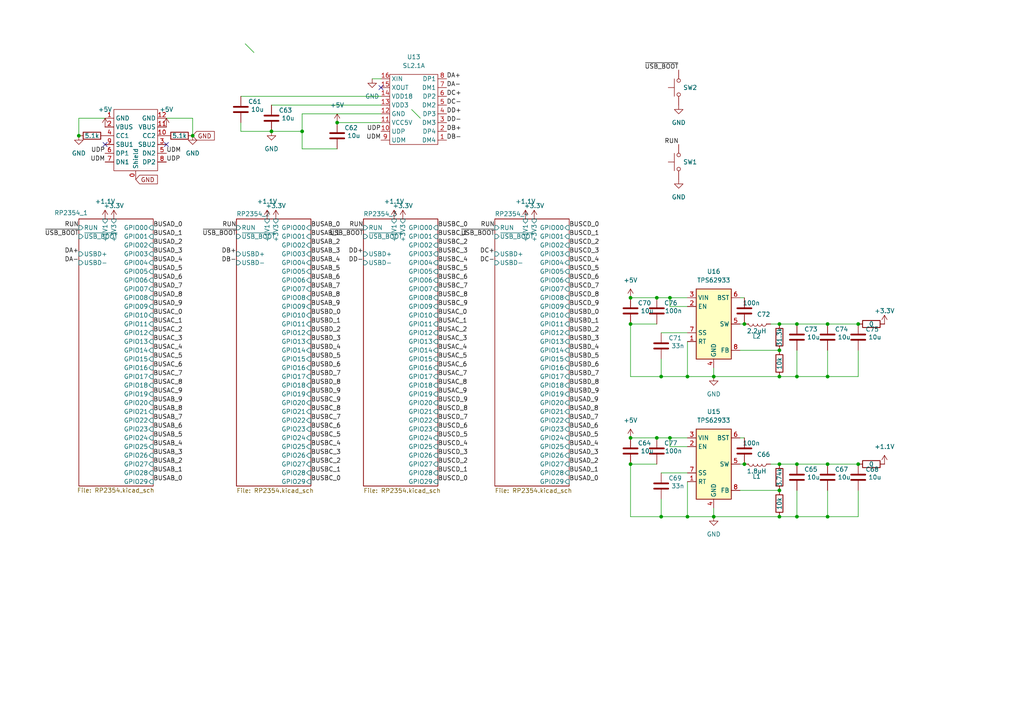
<source format=kicad_sch>
(kicad_sch (version 20250114) (generator "eeschema") (generator_version "9.0")
  (paper "A4")
  (lib_symbols
    (symbol "Basics:MG6228"
      (property "Reference" "U" (at 2.54 -5.08 0))
      (property "Value" "MG6228" (at 0 0 0))
      (symbol "MG6228_0_0"
        (pin unspecified line (at -7.62 1.27 0) (length 2.54) (name "VIN") (number "1"))
        (pin unspecified line (at -7.62 -1.27 0) (length 2.54) (name "EN") (number "3"))
        (pin unspecified line (at 0 -6.35 90) (length 2.54) (name "GND") (number "2"))
        (pin unspecified line (at 7.62 1.27 180) (length 2.54) (name "VOUT") (number "5"))
      )
      (symbol "MG6228_1_0"
        (pin no_connect line (at 3.81 1.27 180) (length 2.54) (hide yes) (name "NC") (number "4"))
      )
    )
    (symbol "Basics:TLV74311PDBVR"
      (property "Reference" "U" (at 2.54 -5.08 0))
      (property "Value" "TLV74311PDBVR" (at 0 0 0))
      (symbol "TLV74311PDBVR_0_0"
        (pin unspecified line (at -7.62 1.27 0) (length 2.54) (name "VIN") (number "1"))
        (pin unspecified line (at -7.62 -1.27 0) (length 2.54) (name "EN") (number "3"))
        (pin unspecified line (at 0 -6.35 90) (length 2.54) (name "GND") (number "2"))
        (pin unspecified line (at 7.62 1.27 180) (length 2.54) (name "VOUT") (number "5"))
      )
      (symbol "TLV74311PDBVR_1_0"
        (pin no_connect line (at 3.81 1.27 180) (length 2.54) (hide yes) (name "NC") (number "4"))
      )
    )
    (symbol "Basics:USB_HUB4"
      (property "Reference" "U" (at 10.16 -8.89 0))
      (property "Value" "SL2.1A" (at 0.508 11.176 0))
      (symbol "USB_HUB4_0_0"
        (pin unspecified line (at -8.89 8.89 0) (length 2.54) (name "XIN") (number "16"))
        (pin unspecified line (at -8.89 6.35 0) (length 2.54) (name "XOUT") (number "15"))
        (pin unspecified line (at -8.89 3.81 0) (length 2.54) (name "VDD18") (number "14"))
        (pin unspecified line (at -8.89 1.27 0) (length 2.54) (name "VDD3") (number "13"))
        (pin unspecified line (at -8.89 -1.27 0) (length 2.54) (name "GND") (number "12"))
        (pin unspecified line (at -8.89 -3.81 0) (length 2.54) (name "VCC5V") (number "11"))
        (pin unspecified line (at -8.89 -6.35 0) (length 2.54) (name "UDP") (number "10"))
        (pin unspecified line (at -8.89 -8.89 0) (length 2.54) (name "UDM") (number "9"))
        (pin unspecified line (at 10.16 8.89 180) (length 2.54) (name "DP1") (number "8"))
        (pin unspecified line (at 10.16 6.35 180) (length 2.54) (name "DM1") (number "7"))
        (pin unspecified line (at 10.16 3.81 180) (length 2.54) (name "DP2") (number "6"))
        (pin unspecified line (at 10.16 1.27 180) (length 2.54) (name "DM2") (number "5"))
        (pin unspecified line (at 10.16 -1.27 180) (length 2.54) (name "DP3") (number "4"))
        (pin unspecified line (at 10.16 -3.81 180) (length 2.54) (name "DM3") (number "3"))
        (pin unspecified line (at 10.16 -6.35 180) (length 2.54) (name "DP4") (number "2"))
        (pin unspecified line (at 10.16 -8.89 180) (length 2.54) (name "DM4") (number "1"))
      )
    )
    (symbol "Basics:miniButton" (pin_numbers (hide yes)) (pin_names (offset 1.016) (hide yes))
      (property "Reference" "SW" (at 1.27 2.54 0))
      (symbol "miniButton_0_1"
        (pin passive line (at -5.08 0 0) (length 2.54) (name "1") (number "1"))
        (pin passive line (at 5.08 0 180) (length 2.54) (name "2") (number "2"))
      )
    )
    (symbol "Device:C" (pin_numbers (hide yes)) (pin_names (offset 0.254))
      (property "Reference" "C" (at 0.635 2.54 0))
      (property "Value" "C" (at 0.635 -2.54 0))
      (symbol "C_1_1"
        (pin passive line (at 0 3.81 270) (length 2.794) (name "~") (number "1"))
        (pin passive line (at 0 -3.81 90) (length 2.794) (name "~") (number "2"))
      )
    )
    (symbol "Device:L" (pin_numbers (hide yes)) (pin_names (offset 1.016) (hide yes))
      (property "Reference" "L" (at -1.27 0 90))
      (property "Value" "L" (at 1.905 0 90))
      (symbol "L_1_1"
        (pin passive line (at 0 3.81 270) (length 1.27) (name "1") (number "1"))
        (pin passive line (at 0 -3.81 90) (length 1.27) (name "2") (number "2"))
      )
    )
    (symbol "Device:R" (pin_numbers (hide yes)) (pin_names (offset 0))
      (property "Reference" "R" (at 2.032 0 90))
      (property "Value" "R" (at 0 0 90))
      (symbol "R_1_1"
        (pin passive line (at 0 3.81 270) (length 1.27) (name "~") (number "1"))
        (pin passive line (at 0 -3.81 90) (length 1.27) (name "~") (number "2"))
      )
    )
    (symbol "Regulator_Switching:TPS62933"
      (property "Reference" "U" (at 0 13.97 0))
      (property "Value" "TPS62933" (at 0 11.43 0))
      (symbol "TPS62933_1_1"
        (pin power_in line (at -7.62 7.62 0) (length 2.54) (name "VIN") (number "3"))
        (pin input line (at -7.62 5.08 0) (length 2.54) (name "EN") (number "2"))
        (pin passive line (at -7.62 -2.54 0) (length 2.54) (name "SS") (number "7"))
        (pin passive line (at -7.62 -5.08 0) (length 2.54) (name "RT") (number "1"))
        (pin power_in line (at 0 -12.7 90) (length 2.54) (name "GND") (number "4"))
        (pin passive line (at 7.62 7.62 180) (length 2.54) (name "BST") (number "6"))
        (pin output line (at 7.62 0 180) (length 2.54) (name "SW") (number "5"))
        (pin input line (at 7.62 -7.62 180) (length 2.54) (name "FB") (number "8"))
      )
    )
    (symbol "USB:USB-C"
      (property "Reference" "U" (at 0 12.065 0))
      (symbol "USB-C_1_1"
        (pin output line (at -8.89 6.35 0) (length 2.54) (name "GND") (number "1"))
        (pin output line (at -8.89 3.81 0) (length 2.54) (name "VBUS") (number "2"))
        (pin output line (at -8.89 1.27 0) (length 2.54) (name "CC1") (number "4"))
        (pin output line (at -8.89 -1.27 0) (length 2.54) (name "SBU1") (number "9"))
        (pin output line (at -8.89 -3.81 0) (length 2.54) (name "DP1") (number "6"))
        (pin output line (at -8.89 -6.35 0) (length 2.54) (name "DN1") (number "7"))
        (pin output line (at 0 -11.43 90) (length 2.54) (name "Shield") (number "0"))
        (pin output line (at 8.89 6.35 180) (length 2.54) (name "GND") (number "12"))
        (pin output line (at 8.89 3.81 180) (length 2.54) (name "VBUS") (number "11"))
        (pin output line (at 8.89 1.27 180) (length 2.54) (name "CC2") (number "10"))
        (pin output line (at 8.89 -1.27 180) (length 2.54) (name "SBU2") (number "3"))
        (pin output line (at 8.89 -3.81 180) (length 2.54) (name "DN2") (number "5"))
        (pin output line (at 8.89 -6.35 180) (length 2.54) (name "DP2") (number "8"))
      )
    )
    (symbol "power:+1V1" (power) (pin_numbers (hide yes)) (pin_names (offset 0) (hide yes))
      (property "Value" "+1V1" (at 0 3.556 0))
      (symbol "+1V1_1_1"
        (pin power_in line (at 0 0 90) (length 0) (name "~") (number "1"))
      )
    )
    (symbol "power:+3.3V" (power) (pin_numbers (hide yes)) (pin_names (offset 0) (hide yes))
      (property "Value" "+3.3V" (at 0 3.556 0))
      (symbol "+3.3V_1_1"
        (pin power_in line (at 0 0 90) (length 0) (name "~") (number "1"))
      )
    )
    (symbol "power:+5V" (power) (pin_numbers (hide yes)) (pin_names (offset 0) (hide yes))
      (property "Value" "+5V" (at 0 3.556 0))
      (symbol "+5V_1_1"
        (pin power_in line (at 0 0 90) (length 0) (name "~") (number "1"))
      )
    )
    (symbol "power:GND" (power) (pin_numbers (hide yes)) (pin_names (offset 0) (hide yes))
      (property "Value" "GND" (at 0 -3.81 0))
      (symbol "GND_1_1"
        (pin power_in line (at 0 0 270) (length 0) (name "~") (number "1"))
      )
    )
  )
  (junction (at 207.01 109.22))
  (junction (at 87.63 38.1))
  (junction (at 365.76 26.67))
  (junction (at 55.88 39.37))
  (junction (at 345.44 19.05))
  (junction (at 378.46 40.64))
  (junction (at 22.86 39.37))
  (junction (at 331.47 48.26))
  (junction (at 194.31 86.36))
  (junction (at 345.44 93.98))
  (junction (at 331.47 71.12))
  (junction (at 345.44 86.36))
  (junction (at 378.46 19.05))
  (junction (at 226.06 149.86))
  (junction (at 378.46 63.5))
  (junction (at 207.01 149.86))
  (junction (at 248.92 134.62))
  (junction (at 248.92 93.98))
  (junction (at 182.88 93.98))
  (junction (at 323.85 40.64))
  (junction (at 345.44 63.5))
  (junction (at 365.76 48.26))
  (junction (at 190.5 127))
  (junction (at 231.14 109.22))
  (junction (at 323.85 63.5))
  (junction (at 378.46 86.36))
  (junction (at 345.44 48.26))
  (junction (at 191.77 149.86))
  (junction (at 182.88 127))
  (junction (at 331.47 26.67))
  (junction (at 240.03 93.98))
  (junction (at 345.44 26.67))
  (junction (at 199.39 149.86))
  (junction (at 365.76 71.12))
  (junction (at 331.47 93.98))
  (junction (at 226.06 142.24))
  (junction (at 345.44 40.64))
  (junction (at 345.44 71.12))
  (junction (at 226.06 101.6))
  (junction (at 231.14 149.86))
  (junction (at 194.31 127))
  (junction (at 313.69 40.64))
  (junction (at 226.06 109.22))
  (junction (at 313.69 63.5))
  (junction (at 323.85 19.05))
  (junction (at 199.39 109.22))
  (junction (at 78.74 38.1))
  (junction (at 231.14 134.62))
  (junction (at 240.03 149.86))
  (junction (at 182.88 134.62))
  (junction (at 323.85 86.36))
  (junction (at 226.06 93.98))
  (junction (at 190.5 86.36))
  (junction (at 182.88 86.36))
  (junction (at 191.77 109.22))
  (junction (at 226.06 134.62))
  (junction (at 313.69 86.36))
  (junction (at 215.9 134.62))
  (junction (at 240.03 134.62))
  (junction (at 97.79 35.56))
  (junction (at 240.03 109.22))
  (junction (at 365.76 93.98))
  (junction (at 231.14 93.98))
  (junction (at 215.9 93.98))
  (junction (at 313.69 19.05))
  (no_connect (at 48.26 41.91))
  (no_connect (at 110.49 25.4))
  (no_connect (at 30.48 41.91))
  (bus_entry (at 71.12 12.7) (size 2.54 2.54))
  (bus_entry (at 119.38 31.75) (size 2.54 2.54))
  (wire (pts (xy 107.95 22.86) (xy 110.49 22.86)))
  (wire (pts (xy 194.31 88.9) (xy 194.31 86.36)))
  (wire (pts (xy 331.47 48.26) (xy 345.44 48.26)))
  (wire (pts (xy 223.52 93.98) (xy 226.06 93.98)))
  (wire (pts (xy 378.46 19.05) (xy 373.38 19.05)))
  (wire (pts (xy 248.92 142.24) (xy 248.92 149.86)))
  (wire (pts (xy 231.14 101.6) (xy 231.14 109.22)))
  (wire (pts (xy 223.52 134.62) (xy 226.06 134.62)))
  (wire (pts (xy 199.39 139.7) (xy 199.39 149.86)))
  (wire (pts (xy 365.76 71.12) (xy 378.46 71.12)))
  (wire (pts (xy 365.76 26.67) (xy 378.46 26.67)))
  (wire (pts (xy 378.46 63.5) (xy 373.38 63.5)))
  (wire (pts (xy 313.69 26.67) (xy 331.47 26.67)))
  (wire (pts (xy 339.09 63.5) (xy 345.44 63.5)))
  (wire (pts (xy 97.79 35.56) (xy 110.49 35.56)))
  (wire (pts (xy 207.01 106.68) (xy 207.01 109.22)))
  (wire (pts (xy 240.03 142.24) (xy 240.03 149.86)))
  (wire (pts (xy 331.47 93.98) (xy 345.44 93.98)))
  (wire (pts (xy 313.69 71.12) (xy 331.47 71.12)))
  (wire (pts (xy 345.44 48.26) (xy 365.76 48.26)))
  (wire (pts (xy 240.03 93.98) (xy 248.92 93.98)))
  (wire (pts (xy 78.74 30.48) (xy 110.49 30.48)))
  (wire (pts (xy 323.85 19.05) (xy 323.85 21.59)))
  (wire (pts (xy 226.06 134.62) (xy 231.14 134.62)))
  (wire (pts (xy 191.77 109.22) (xy 199.39 109.22)))
  (wire (pts (xy 55.88 34.29) (xy 55.88 39.37)))
  (wire (pts (xy 240.03 134.62) (xy 248.92 134.62)))
  (wire (pts (xy 339.09 86.36) (xy 345.44 86.36)))
  (wire (pts (xy 214.63 142.24) (xy 226.06 142.24)))
  (wire (pts (xy 248.92 109.22) (xy 240.03 109.22)))
  (wire (pts (xy 214.63 134.62) (xy 215.9 134.62)))
  (wire (pts (xy 331.47 71.12) (xy 345.44 71.12)))
  (wire (pts (xy 331.47 26.67) (xy 345.44 26.67)))
  (wire (pts (xy 313.69 40.64) (xy 323.85 40.64)))
  (wire (pts (xy 87.63 38.1) (xy 78.74 38.1)))
  (wire (pts (xy 199.39 88.9) (xy 194.31 88.9)))
  (wire (pts (xy 194.31 127) (xy 199.39 127)))
  (wire (pts (xy 345.44 71.12) (xy 365.76 71.12)))
  (wire (pts (xy 313.69 93.98) (xy 331.47 93.98)))
  (wire (pts (xy 248.92 101.6) (xy 248.92 109.22)))
  (wire (pts (xy 323.85 40.64) (xy 323.85 43.18)))
  (wire (pts (xy 182.88 134.62) (xy 190.5 134.62)))
  (wire (pts (xy 69.85 38.1) (xy 78.74 38.1)))
  (wire (pts (xy 231.14 149.86) (xy 240.03 149.86)))
  (wire (pts (xy 182.88 86.36) (xy 190.5 86.36)))
  (wire (pts (xy 191.77 149.86) (xy 199.39 149.86)))
  (wire (pts (xy 313.69 48.26) (xy 331.47 48.26)))
  (wire (pts (xy 22.86 34.29) (xy 22.86 39.37)))
  (wire (pts (xy 191.77 104.14) (xy 191.77 109.22)))
  (wire (pts (xy 191.77 96.52) (xy 199.39 96.52)))
  (wire (pts (xy 231.14 134.62) (xy 240.03 134.62)))
  (wire (pts (xy 214.63 86.36) (xy 215.9 86.36)))
  (wire (pts (xy 323.85 63.5) (xy 323.85 66.04)))
  (wire (pts (xy 182.88 93.98) (xy 182.88 109.22)))
  (wire (pts (xy 345.44 93.98) (xy 365.76 93.98)))
  (wire (pts (xy 313.69 19.05) (xy 323.85 19.05)))
  (wire (pts (xy 345.44 86.36) (xy 358.14 86.36)))
  (wire (pts (xy 182.88 127) (xy 190.5 127)))
  (wire (pts (xy 199.39 129.54) (xy 194.31 129.54)))
  (wire (pts (xy 190.5 127) (xy 194.31 127)))
  (wire (pts (xy 199.39 109.22) (xy 207.01 109.22)))
  (wire (pts (xy 214.63 93.98) (xy 215.9 93.98)))
  (wire (pts (xy 226.06 93.98) (xy 231.14 93.98)))
  (wire (pts (xy 207.01 147.32) (xy 207.01 149.86)))
  (wire (pts (xy 378.46 86.36) (xy 373.38 86.36)))
  (wire (pts (xy 345.44 63.5) (xy 358.14 63.5)))
  (wire (pts (xy 194.31 86.36) (xy 199.39 86.36)))
  (wire (pts (xy 231.14 93.98) (xy 240.03 93.98)))
  (wire (pts (xy 231.14 109.22) (xy 240.03 109.22)))
  (wire (pts (xy 313.69 86.36) (xy 323.85 86.36)))
  (wire (pts (xy 226.06 149.86) (xy 231.14 149.86)))
  (wire (pts (xy 378.46 40.64) (xy 373.38 40.64)))
  (wire (pts (xy 207.01 109.22) (xy 226.06 109.22)))
  (wire (pts (xy 339.09 19.05) (xy 345.44 19.05)))
  (wire (pts (xy 87.63 33.02) (xy 87.63 38.1)))
  (wire (pts (xy 214.63 101.6) (xy 226.06 101.6)))
  (wire (pts (xy 182.88 109.22) (xy 191.77 109.22)))
  (wire (pts (xy 69.85 35.56) (xy 69.85 38.1)))
  (wire (pts (xy 97.79 43.18) (xy 87.63 43.18)))
  (wire (pts (xy 231.14 142.24) (xy 231.14 149.86)))
  (wire (pts (xy 182.88 93.98) (xy 190.5 93.98)))
  (wire (pts (xy 214.63 127) (xy 215.9 127)))
  (wire (pts (xy 248.92 149.86) (xy 240.03 149.86)))
  (wire (pts (xy 191.77 137.16) (xy 199.39 137.16)))
  (wire (pts (xy 199.39 149.86) (xy 207.01 149.86)))
  (wire (pts (xy 345.44 19.05) (xy 358.14 19.05)))
  (wire (pts (xy 323.85 86.36) (xy 323.85 88.9)))
  (wire (pts (xy 313.69 63.5) (xy 323.85 63.5)))
  (wire (pts (xy 48.26 34.29) (xy 55.88 34.29)))
  (wire (pts (xy 207.01 149.86) (xy 226.06 149.86)))
  (wire (pts (xy 226.06 109.22) (xy 231.14 109.22)))
  (wire (pts (xy 345.44 40.64) (xy 358.14 40.64)))
  (wire (pts (xy 30.48 34.29) (xy 22.86 34.29)))
  (wire (pts (xy 365.76 48.26) (xy 378.46 48.26)))
  (wire (pts (xy 110.49 27.94) (xy 69.85 27.94)))
  (wire (pts (xy 194.31 129.54) (xy 194.31 127)))
  (wire (pts (xy 110.49 33.02) (xy 87.63 33.02)))
  (wire (pts (xy 87.63 43.18) (xy 87.63 38.1)))
  (wire (pts (xy 365.76 93.98) (xy 378.46 93.98)))
  (wire (pts (xy 339.09 40.64) (xy 345.44 40.64)))
  (wire (pts (xy 182.88 134.62) (xy 182.88 149.86)))
  (wire (pts (xy 199.39 99.06) (xy 199.39 109.22)))
  (wire (pts (xy 240.03 101.6) (xy 240.03 109.22)))
  (wire (pts (xy 345.44 26.67) (xy 365.76 26.67)))
  (wire (pts (xy 190.5 86.36) (xy 194.31 86.36)))
  (wire (pts (xy 182.88 149.86) (xy 191.77 149.86)))
  (wire (pts (xy 191.77 144.78) (xy 191.77 149.86)))
  (label "BUSCD_1" (at 127 137.16 0))
  (label "BUSAB_3" (at 44.45 132.08 0))
  (label "BUSAC_1" (at 127 93.98 0))
  (label "BUSAB_4" (at 90.17 76.2 0))
  (label "BUSAC_7" (at 127 109.22 0))
  (label "BUSAB_4" (at 44.45 129.54 0))
  (label "BUSBC_0" (at 90.17 139.7 0))
  (label "BUSAD_6" (at 44.45 81.28 0))
  (label "BUSAC_5" (at 127 104.14 0))
  (label "BUSAC_9" (at 44.45 114.3 0))
  (label "BUSCD_2" (at 127 134.62 0))
  (label "DB+" (at 129.54 38.1 0))
  (label "BUSBD_9" (at 90.17 114.3 0))
  (label "DC-" (at 143.51 76.2 180))
  (label "BUSAD_7" (at 44.45 83.82 0))
  (label "UDP" (at 30.48 44.45 180))
  (label "BUSCD_8" (at 165.1 86.36 0))
  (label "BUSAD_5" (at 44.45 78.74 0))
  (label "BUSAB_8" (at 90.17 86.36 0))
  (label "BUSAB_5" (at 90.17 78.74 0))
  (label "BUSAC_6" (at 44.45 106.68 0))
  (label "BUSAC_3" (at 127 99.06 0))
  (label "BUSCD_5" (at 127 127 0))
  (label "BUSAD_7" (at 165.1 121.92 0))
  (label "BUSAD_2" (at 165.1 134.62 0))
  (label "UDP" (at 48.26 46.99 0))
  (label "BUSAC_0" (at 44.45 91.44 0))
  (label "BUSBC_3" (at 90.17 132.08 0))
  (label "BUSBD_3" (at 165.1 99.06 0))
  (label "RUN" (at 68.58 66.04 180))
  (label "BUSBC_7" (at 127 83.82 0))
  (label "DD-" (at 129.54 35.56 0))
  (label "BUSCD_6" (at 165.1 81.28 0))
  (label "RUN" (at 105.41 66.04 180))
  (label "BUSAB_1" (at 90.17 68.58 0))
  (label "BUSBC_9" (at 90.17 116.84 0))
  (label "BUSAC_2" (at 44.45 96.52 0))
  (label "BUSBD_0" (at 90.17 91.44 0))
  (label "BUSBC_1" (at 90.17 137.16 0))
  (label "BUSAB_2" (at 90.17 71.12 0))
  (label "BUSAD_0" (at 44.45 66.04 0))
  (label "BUSAC_3" (at 44.45 99.06 0))
  (label "BUSAB_9" (at 90.17 88.9 0))
  (label "BUSBC_9" (at 127 88.9 0))
  (label "BUSBD_7" (at 90.17 109.22 0))
  (label "BUSCD_1" (at 165.1 68.58 0))
  (label "BUSBD_2" (at 165.1 96.52 0))
  (label "BUSCD_9" (at 165.1 88.9 0))
  (label "BUSBC_2" (at 90.17 134.62 0))
  (label "BUSAC_8" (at 127 111.76 0))
  (label "DD-" (at 105.41 76.2 180))
  (label "BUSCD_8" (at 127 119.38 0))
  (label "BUSAC_8" (at 44.45 111.76 0))
  (label "BUSAB_9" (at 44.45 116.84 0))
  (label "BUSBC_8" (at 127 86.36 0))
  (label "DC-" (at 129.54 30.48 0))
  (label "BUSAC_7" (at 44.45 109.22 0))
  (label "DA+" (at 22.86 73.66 180))
  (label "BUSCD_3" (at 165.1 73.66 0))
  (label "RUN" (at 22.86 66.04 180))
  (label "~{USB_BOOT}" (at 143.51 68.58 180))
  (label "DB+" (at 68.58 73.66 180))
  (label "BUSCD_0" (at 127 139.7 0))
  (label "~{USB_BOOT}" (at 196.85 20.32 180))
  (label "BUSAD_6" (at 165.1 124.46 0))
  (label "DD+" (at 105.41 73.66 180))
  (label "BUSCD_4" (at 165.1 76.2 0))
  (label "BUSCD_3" (at 127 132.08 0))
  (label "BUSBD_8" (at 165.1 111.76 0))
  (label "UDM" (at 110.49 40.64 180))
  (label "BUSBD_6" (at 90.17 106.68 0))
  (label "BUSBC_2" (at 127 71.12 0))
  (label "BUSAD_4" (at 44.45 76.2 0))
  (label "BUSAB_0" (at 44.45 139.7 0))
  (label "BUSBC_5" (at 90.17 127 0))
  (label "BUSAB_8" (at 44.45 119.38 0))
  (label "BUSAD_4" (at 165.1 129.54 0))
  (label "BUSBD_6" (at 165.1 106.68 0))
  (label "DB-" (at 129.54 40.64 0))
  (label "BUSBD_3" (at 90.17 99.06 0))
  (label "BUSBC_1" (at 127 68.58 0))
  (label "DA-" (at 22.86 76.2 180))
  (label "BUSAB_3" (at 90.17 73.66 0))
  (label "BUSBD_0" (at 165.1 91.44 0))
  (label "BUSAD_8" (at 44.45 86.36 0))
  (label "BUSBD_7" (at 165.1 109.22 0))
  (label "BUSAD_3" (at 44.45 73.66 0))
  (label "BUSAC_0" (at 127 91.44 0))
  (label "DB-" (at 68.58 76.2 180))
  (label "BUSAC_5" (at 44.45 104.14 0))
  (label "BUSAB_0" (at 90.17 66.04 0))
  (label "BUSBC_6" (at 90.17 124.46 0))
  (label "DD+" (at 129.54 33.02 0))
  (label "BUSAD_9" (at 44.45 88.9 0))
  (label "BUSAD_8" (at 165.1 119.38 0))
  (label "~{USB_BOOT}" (at 22.86 68.58 180))
  (label "BUSAD_3" (at 165.1 132.08 0))
  (label "BUSCD_7" (at 127 121.92 0))
  (label "DA+" (at 129.54 22.86 0))
  (label "~{USB_BOOT}" (at 105.41 68.58 180))
  (label "BUSAD_2" (at 44.45 71.12 0))
  (label "BUSBC_6" (at 127 81.28 0))
  (label "~{USB_BOOT}" (at 68.58 68.58 180))
  (label "BUSBC_3" (at 127 73.66 0))
  (label "BUSBD_5" (at 165.1 104.14 0))
  (label "BUSBC_4" (at 127 76.2 0))
  (label "DC+" (at 143.51 73.66 180))
  (label "BUSAB_6" (at 44.45 124.46 0))
  (label "BUSCD_0" (at 165.1 66.04 0))
  (label "BUSAD_9" (at 165.1 116.84 0))
  (label "UDM" (at 48.26 44.45 0))
  (label "BUSBD_5" (at 90.17 104.14 0))
  (label "BUSAB_1" (at 44.45 137.16 0))
  (label "UDM" (at 30.48 46.99 180))
  (label "BUSBC_7" (at 90.17 121.92 0))
  (label "BUSAD_0" (at 165.1 139.7 0))
  (label "BUSAC_1" (at 44.45 93.98 0))
  (label "BUSAB_2" (at 44.45 134.62 0))
  (label "BUSCD_4" (at 127 129.54 0))
  (label "BUSAB_7" (at 44.45 121.92 0))
  (label "BUSCD_6" (at 127 124.46 0))
  (label "BUSAD_1" (at 44.45 68.58 0))
  (label "BUSBD_1" (at 90.17 93.98 0))
  (label "BUSBD_2" (at 90.17 96.52 0))
  (label "BUSBD_4" (at 90.17 101.6 0))
  (label "BUSBD_9" (at 165.1 114.3 0))
  (label "DC+" (at 129.54 27.94 0))
  (label "BUSCD_7" (at 165.1 83.82 0))
  (label "BUSCD_5" (at 165.1 78.74 0))
  (label "BUSCD_9" (at 127 116.84 0))
  (label "BUSBC_4" (at 90.17 129.54 0))
  (label "BUSAD_5" (at 165.1 127 0))
  (label "BUSAC_6" (at 127 106.68 0))
  (label "RUN" (at 196.85 41.91 180))
  (label "BUSBD_8" (at 90.17 111.76 0))
  (label "BUSBC_5" (at 127 78.74 0))
  (label "BUSBC_0" (at 127 66.04 0))
  (label "BUSCD_2" (at 165.1 71.12 0))
  (label "BUSBC_8" (at 90.17 119.38 0))
  (label "BUSAC_9" (at 127 114.3 0))
  (label "BUSAD_1" (at 165.1 137.16 0))
  (label "BUSBD_1" (at 165.1 93.98 0))
  (label "BUSAB_5" (at 44.45 127 0))
  (label "DA-" (at 129.54 25.4 0))
  (label "BUSAC_2" (at 127 96.52 0))
  (label "BUSAB_7" (at 90.17 83.82 0))
  (label "UDP" (at 110.49 38.1 180))
  (label "BUSAC_4" (at 44.45 101.6 0))
  (label "BUSBD_4" (at 165.1 101.6 0))
  (label "BUSAB_6" (at 90.17 81.28 0))
  (label "RUN" (at 143.51 66.04 180))
  (label "BUSAC_4" (at 127 101.6 0))
  (global_label "GND" (shape input) (at 55.88 39.37 0) (property "Intersheetrefs" "${INTERSHEET_REFS}" (effects (hide yes))))
  (global_label "GND" (shape input) (at 39.37 52.07 0) (property "Intersheetrefs" "${INTERSHEET_REFS}" (effects (hide yes))))
  (symbol (lib_id "power:+3.3V") (at 80.01 63.5 0) (unit 1)
    (property "Reference" "#PWR068" (effects (hide yes)))
    (property "Value" "+3.3V" (at 80.01 59.69 0))
    (property "Description" "Power symbol creates a global label with name \"+3.3V\"" (effects (hide yes)))
  )
  (symbol (lib_id "power:GND") (at 331.47 93.98 0) (unit 1) (on_board no)
    (property "Reference" "#PWR022" (effects (hide yes)))
    (property "Value" "GND" (at 331.47 99.06 0))
    (property "Description" "Power symbol creates a global label with name \"GND\" , ground" (effects (hide yes)))
  )
  (symbol (lib_id "Basics:TLV74311PDBVR") (at 365.76 87.63 0) (unit 1) (on_board no)
    (property "Reference" "U9" (at 365.76 78.74 0))
    (property "Value" "TLV74311PDBVR" (at 365.76 81.28 0))
    (property "Footprint" "Package_TO_SOT_SMD:SOT-23-5" (effects (hide yes)))
    (property "Datasheet" "https://www.lcsc.com/datasheet/C485147.pdf" (effects (hide yes)))
    (property "LCSC" "C485147" (effects (hide yes)))
  )
  (symbol (lib_id "Device:C") (at 69.85 31.75 180) (unit 1)
    (property "Reference" "C61" (at 73.914 29.464 0))
    (property "Value" "10u" (at 74.676 31.75 0))
    (property "Footprint" "Basics:C_0402_1005Metric" (effects (hide yes)))
    (property "Description" "Unpolarized capacitor" (effects (hide yes)))
  )
  (symbol (lib_id "Device:R") (at 52.07 39.37 90) (unit 1)
    (property "Reference" "R22" (effects (hide yes)))
    (property "Value" "5.1k" (at 52.07 39.37 90))
    (property "Footprint" "Basics:R_0402_1005Metric" (effects (hide yes)))
  )
  (symbol (lib_id "Basics:MG6228") (at 331.47 20.32 0) (unit 1) (on_board no)
    (property "Reference" "U2" (at 331.47 11.43 0))
    (property "Value" "MG6228" (at 331.47 13.97 0))
    (property "Footprint" "Package_TO_SOT_SMD:SOT-23-5" (effects (hide yes)))
    (property "Datasheet" "https://www.lcsc.com/datasheet/C48678123.pdf" (effects (hide yes)))
    (property "LCSC" "C48678123" (effects (hide yes)))
  )
  (symbol (lib_id "Device:C") (at 345.44 90.17 180) (unit 1) (on_board no)
    (property "Reference" "C23" (at 349.504 87.884 0))
    (property "Value" "1u" (at 350.266 90.17 0))
    (property "Footprint" "Basics:C_0402_1005Metric" (effects (hide yes)))
    (property "Description" "Unpolarized capacitor" (effects (hide yes)))
  )
  (symbol (lib_id "Device:C") (at 240.03 97.79 180) (unit 1)
    (property "Reference" "C74" (at 244.094 95.504 0))
    (property "Value" "10u" (at 244.856 97.79 0))
    (property "Footprint" "Basics:C_0402_1005Metric" (effects (hide yes)))
    (property "Description" "Unpolarized capacitor" (effects (hide yes)))
  )
  (symbol (lib_id "Device:C") (at 190.5 130.81 180) (unit 1)
    (property "Reference" "C77" (at 194.564 128.524 0))
    (property "Value" "100n" (at 195.326 130.81 0))
    (property "Footprint" "Basics:C_0402_1005Metric" (effects (hide yes)))
    (property "Description" "Unpolarized capacitor" (effects (hide yes)))
  )
  (symbol (lib_id "Device:C") (at 378.46 44.45 180) (unit 1) (on_board no)
    (property "Reference" "C16" (at 382.524 42.164 0))
    (property "Value" "1u" (at 383.286 44.45 0))
    (property "Footprint" "Basics:C_0402_1005Metric" (effects (hide yes)))
    (property "Description" "Unpolarized capacitor" (effects (hide yes)))
  )
  (symbol (lib_id "Device:C") (at 378.46 22.86 180) (unit 1) (on_board no)
    (property "Reference" "C13" (at 382.524 20.574 0))
    (property "Value" "1u" (at 383.286 22.86 0))
    (property "Footprint" "Basics:C_0402_1005Metric" (effects (hide yes)))
    (property "Description" "Unpolarized capacitor" (effects (hide yes)))
  )
  (symbol (lib_id "Regulator_Switching:TPS62933") (at 207.01 134.62 0) (unit 1)
    (property "Reference" "U15" (at 207.01 119.38 0))
    (property "Value" "TPS62933" (at 207.01 121.92 0))
    (property "Footprint" "Package_TO_SOT_SMD:SOT-583-8" (effects (hide yes)))
    (property "Datasheet" "https://www.ti.com/lit/ds/symlink/tps62933.pdf" (effects (hide yes)))
    (property "Description" "3.8-30V, 3A Synchronous Buck Converters with pulse frequency modulation (PFM), SOT583-8" (effects (hide yes)))
  )
  (symbol (lib_id "Device:C") (at 182.88 130.81 180) (unit 1)
    (property "Reference" "C64" (at 186.944 128.524 0))
    (property "Value" "10u" (at 187.706 130.81 0))
    (property "Footprint" "Basics:C_0402_1005Metric" (effects (hide yes)))
    (property "Description" "Unpolarized capacitor" (effects (hide yes)))
  )
  (symbol (lib_id "Device:C") (at 313.69 22.86 180) (unit 1) (on_board no)
    (property "Reference" "C17" (at 317.754 20.574 0))
    (property "Value" "1u" (at 318.516 22.86 0))
    (property "Footprint" "Basics:C_0402_1005Metric" (effects (hide yes)))
    (property "Description" "Unpolarized capacitor" (effects (hide yes)))
  )
  (symbol (lib_id "power:GND") (at 196.85 52.07 0) (unit 1)
    (property "Reference" "#PWR04" (effects (hide yes)))
    (property "Value" "GND" (at 196.85 57.15 0))
    (property "Description" "Power symbol creates a global label with name \"GND\" , ground" (effects (hide yes)))
  )
  (symbol (lib_id "power:+5V") (at 182.88 86.36 0) (unit 1)
    (property "Reference" "#PWR054" (effects (hide yes)))
    (property "Value" "+5V" (at 182.88 81.28 0))
    (property "Description" "Power symbol creates a global label with name \"+5V\"" (effects (hide yes)))
  )
  (symbol (lib_id "Device:C") (at 190.5 90.17 180) (unit 1)
    (property "Reference" "C76" (at 194.564 87.884 0))
    (property "Value" "100n" (at 195.326 90.17 0))
    (property "Footprint" "Basics:C_0402_1005Metric" (effects (hide yes)))
    (property "Description" "Unpolarized capacitor" (effects (hide yes)))
  )
  (symbol (lib_id "Device:R") (at 226.06 138.43 180) (unit 1)
    (property "Reference" "R26" (effects (hide yes)))
    (property "Value" "3.74k" (at 226.06 138.43 90))
    (property "Footprint" "Basics:R_0402_1005Metric" (effects (hide yes)))
  )
  (symbol (lib_id "Device:C") (at 97.79 39.37 180) (unit 1)
    (property "Reference" "C62" (at 101.854 37.084 0))
    (property "Value" "10u" (at 102.616 39.37 0))
    (property "Footprint" "Basics:C_0402_1005Metric" (effects (hide yes)))
    (property "Description" "Unpolarized capacitor" (effects (hide yes)))
  )
  (symbol (lib_id "Device:R") (at 226.06 105.41 180) (unit 1)
    (property "Reference" "R28" (effects (hide yes)))
    (property "Value" "10k" (at 226.06 105.41 90))
    (property "Footprint" "Basics:R_0402_1005Metric" (effects (hide yes)))
  )
  (symbol (lib_id "Device:C") (at 378.46 90.17 180) (unit 1) (on_board no)
    (property "Reference" "C24" (at 382.524 87.884 0))
    (property "Value" "1u" (at 383.286 90.17 0))
    (property "Footprint" "Basics:C_0402_1005Metric" (effects (hide yes)))
    (property "Description" "Unpolarized capacitor" (effects (hide yes)))
  )
  (symbol (lib_id "power:+5V") (at 313.69 86.36 0) (unit 1) (on_board no)
    (property "Reference" "#PWR021" (effects (hide yes)))
    (property "Value" "+5V" (at 313.69 81.28 0))
    (property "Description" "Power symbol creates a global label with name \"+5V\"" (effects (hide yes)))
  )
  (symbol (lib_id "Device:R") (at 26.67 39.37 90) (unit 1)
    (property "Reference" "R3" (effects (hide yes)))
    (property "Value" "5.1k" (at 26.67 39.37 90))
    (property "Footprint" "Basics:R_0402_1005Metric" (effects (hide yes)))
  )
  (symbol (lib_id "power:GND") (at 331.47 48.26 0) (unit 1) (on_board no)
    (property "Reference" "#PWR013" (effects (hide yes)))
    (property "Value" "GND" (at 331.47 53.34 0))
    (property "Description" "Power symbol creates a global label with name \"GND\" , ground" (effects (hide yes)))
  )
  (symbol (lib_id "Device:R") (at 252.73 134.62 270) (unit 1)
    (property "Reference" "R24" (effects (hide yes)))
    (property "Value" "0" (at 252.73 134.62 90))
    (property "Footprint" "Basics:R_0402_1005Metric" (effects (hide yes)))
  )
  (symbol (lib_id "power:GND") (at 207.01 149.86 0) (unit 1)
    (property "Reference" "#PWR051" (effects (hide yes)))
    (property "Value" "GND" (at 207.01 154.94 0))
    (property "Description" "Power symbol creates a global label with name \"GND\" , ground" (effects (hide yes)))
  )
  (symbol (lib_id "Device:C") (at 345.44 44.45 180) (unit 1) (on_board no)
    (property "Reference" "C15" (at 349.504 42.164 0))
    (property "Value" "1u" (at 350.266 44.45 0))
    (property "Footprint" "Basics:C_0402_1005Metric" (effects (hide yes)))
    (property "Description" "Unpolarized capacitor" (effects (hide yes)))
  )
  (symbol (lib_id "power:+1V1") (at 378.46 40.64 0) (unit 1) (on_board no)
    (property "Reference" "#PWR015" (effects (hide yes)))
    (property "Value" "+1V1" (at 378.46 35.56 0))
    (property "Description" "Power symbol creates a global label with name \"+1V1\"" (effects (hide yes)))
  )
  (symbol (lib_id "Basics:TLV74311PDBVR") (at 365.76 20.32 0) (unit 1) (on_board no)
    (property "Reference" "U6" (at 365.76 11.43 0))
    (property "Value" "TLV74311PDBVR" (at 365.76 13.97 0))
    (property "Footprint" "Package_TO_SOT_SMD:SOT-23-5" (effects (hide yes)))
    (property "Datasheet" "https://www.lcsc.com/datasheet/C485147.pdf" (effects (hide yes)))
    (property "LCSC" "C485147" (effects (hide yes)))
  )
  (symbol (lib_id "power:+3.3V") (at 33.02 63.5 0) (unit 1)
    (property "Reference" "#PWR057" (effects (hide yes)))
    (property "Value" "+3.3V" (at 33.02 59.69 0))
    (property "Description" "Power symbol creates a global label with name \"+3.3V\"" (effects (hide yes)))
  )
  (symbol (lib_id "Basics:USB_HUB4") (at 119.38 31.75 0) (unit 1)
    (property "Reference" "U13" (at 120.015 16.51 0))
    (property "Value" "SL2.1A" (at 120.015 19.05 0))
    (property "Footprint" "Package_SO:SOP-16_3.9x9.9mm_P1.27mm" (effects (hide yes)))
    (property "Datasheet" "https://www.lcsc.com/datasheet/C6798314.pdf" (effects (hide yes)))
    (property "LCSC" "C6798314" (effects (hide yes)))
  )
  (symbol (lib_id "power:+1V1") (at 378.46 19.05 0) (unit 1) (on_board no)
    (property "Reference" "#PWR07" (effects (hide yes)))
    (property "Value" "+1V1" (at 378.46 13.97 0))
    (property "Description" "Power symbol creates a global label with name \"+1V1\"" (effects (hide yes)))
  )
  (symbol (lib_id "Basics:miniButton") (at 196.85 46.99 90) (unit 1)
    (property "Reference" "SW1" (at 198.12 46.9899 90) (effects (justify right)))
    (property "Value" "miniButton" (effects (hide yes)))
    (property "Footprint" "Basics:miniButton" (effects (hide yes)))
    (property "Datasheet" "https://datasheet.lcsc.com/lcsc/2008221234_XUNPU-TS-1088-AR02016_C720477.pdf" (effects (hide yes)))
    (property "Description" "Push button switch, generic, two pins" (effects (hide yes)))
    (property "LCSC" "C720477" (effects (hide yes)))
  )
  (symbol (lib_id "power:GND") (at 331.47 71.12 0) (unit 1) (on_board no)
    (property "Reference" "#PWR017" (effects (hide yes)))
    (property "Value" "GND" (at 331.47 76.2 0))
    (property "Description" "Power symbol creates a global label with name \"GND\" , ground" (effects (hide yes)))
  )
  (symbol (lib_id "power:+5V") (at 313.69 19.05 0) (unit 1) (on_board no)
    (property "Reference" "#PWR018" (effects (hide yes)))
    (property "Value" "+5V" (at 313.69 13.97 0))
    (property "Description" "Power symbol creates a global label with name \"+5V\"" (effects (hide yes)))
  )
  (symbol (lib_id "power:+3.3V") (at 256.54 134.62 0) (unit 1)
    (property "Reference" "#PWR053" (effects (hide yes)))
    (property "Value" "+1.1V" (at 256.54 129.54 0))
    (property "Description" "Power symbol creates a global label with name \"+3.3V\"" (effects (hide yes)))
  )
  (symbol (lib_id "Basics:MG6228") (at 331.47 87.63 0) (unit 1) (on_board no)
    (property "Reference" "U8" (at 331.47 78.74 0))
    (property "Value" "MG6228" (at 331.47 81.28 0))
    (property "Footprint" "Package_TO_SOT_SMD:SOT-23-5" (effects (hide yes)))
    (property "Datasheet" "https://www.lcsc.com/datasheet/C48678123.pdf" (effects (hide yes)))
    (property "LCSC" "C48678123" (effects (hide yes)))
  )
  (symbol (lib_id "Device:C") (at 231.14 138.43 180) (unit 1)
    (property "Reference" "C65" (at 235.204 136.144 0))
    (property "Value" "10u" (at 235.966 138.43 0))
    (property "Footprint" "Basics:C_0402_1005Metric" (effects (hide yes)))
    (property "Description" "Unpolarized capacitor" (effects (hide yes)))
  )
  (symbol (lib_id "Basics:MG6228") (at 331.47 41.91 0) (unit 1) (on_board no)
    (property "Reference" "U3" (at 331.47 33.02 0))
    (property "Value" "MG6228" (at 331.47 35.56 0))
    (property "Footprint" "Package_TO_SOT_SMD:SOT-23-5" (effects (hide yes)))
    (property "Datasheet" "https://www.lcsc.com/datasheet/C48678123.pdf" (effects (hide yes)))
    (property "LCSC" "C48678123" (effects (hide yes)))
  )
  (symbol (lib_id "power:+3.3V") (at 77.47 63.5 0) (unit 1)
    (property "Reference" "#PWR067" (effects (hide yes)))
    (property "Value" "+1.1V" (at 77.47 58.42 0))
    (property "Description" "Power symbol creates a global label with name \"+3.3V\"" (effects (hide yes)))
  )
  (symbol (lib_id "Device:C") (at 345.44 67.31 180) (unit 1) (on_board no)
    (property "Reference" "C20" (at 349.504 65.024 0))
    (property "Value" "1u" (at 350.266 67.31 0))
    (property "Footprint" "Basics:C_0402_1005Metric" (effects (hide yes)))
    (property "Description" "Unpolarized capacitor" (effects (hide yes)))
  )
  (symbol (lib_id "Device:C") (at 378.46 67.31 180) (unit 1) (on_board no)
    (property "Reference" "C21" (at 382.524 65.024 0))
    (property "Value" "1u" (at 383.286 67.31 0))
    (property "Footprint" "Basics:C_0402_1005Metric" (effects (hide yes)))
    (property "Description" "Unpolarized capacitor" (effects (hide yes)))
  )
  (symbol (lib_id "Device:C") (at 248.92 138.43 180) (unit 1)
    (property "Reference" "C68" (at 252.984 136.144 0))
    (property "Value" "10u" (at 253.746 138.43 0))
    (property "Footprint" "Basics:C_0402_1005Metric" (effects (hide yes)))
    (property "Description" "Unpolarized capacitor" (effects (hide yes)))
  )
  (symbol (lib_id "Device:C") (at 248.92 97.79 180) (unit 1)
    (property "Reference" "C75" (at 252.984 95.504 0))
    (property "Value" "10u" (at 253.746 97.79 0))
    (property "Footprint" "Basics:C_0402_1005Metric" (effects (hide yes)))
    (property "Description" "Unpolarized capacitor" (effects (hide yes)))
  )
  (symbol (lib_id "power:+3.3V") (at 256.54 93.98 0) (unit 1)
    (property "Reference" "#PWR056" (effects (hide yes)))
    (property "Value" "+3.3V" (at 256.54 90.17 0))
    (property "Description" "Power symbol creates a global label with name \"+3.3V\"" (effects (hide yes)))
  )
  (symbol (lib_id "Device:C") (at 182.88 90.17 180) (unit 1)
    (property "Reference" "C70" (at 186.944 87.884 0))
    (property "Value" "10u" (at 187.706 90.17 0))
    (property "Footprint" "Basics:C_0402_1005Metric" (effects (hide yes)))
    (property "Description" "Unpolarized capacitor" (effects (hide yes)))
  )
  (symbol (lib_id "Device:R") (at 252.73 93.98 270) (unit 1)
    (property "Reference" "R25" (effects (hide yes)))
    (property "Value" "0" (at 252.73 93.98 90))
    (property "Footprint" "Basics:R_0402_1005Metric" (effects (hide yes)))
  )
  (symbol (lib_id "power:+3.3V") (at 114.3 63.5 0) (unit 1)
    (property "Reference" "#PWR069" (effects (hide yes)))
    (property "Value" "+1.1V" (at 114.3 58.42 0))
    (property "Description" "Power symbol creates a global label with name \"+3.3V\"" (effects (hide yes)))
  )
  (symbol (lib_id "power:+3.3V") (at 345.44 40.64 0) (unit 1) (on_board no)
    (property "Reference" "#PWR014" (effects (hide yes)))
    (property "Value" "+3.3V" (at 345.44 36.83 0))
    (property "Description" "Power symbol creates a global label with name \"+3.3V\"" (effects (hide yes)))
  )
  (symbol (lib_id "power:+5V") (at 48.26 36.83 0) (unit 1)
    (property "Reference" "#PWR047" (effects (hide yes)))
    (property "Value" "+5V" (at 48.26 31.75 0))
    (property "Description" "Power symbol creates a global label with name \"+5V\"" (effects (hide yes)))
  )
  (symbol (lib_id "Basics:TLV74311PDBVR") (at 365.76 41.91 0) (unit 1) (on_board no)
    (property "Reference" "U4" (at 365.76 33.02 0))
    (property "Value" "TLV74311PDBVR" (at 365.76 35.56 0))
    (property "Footprint" "Package_TO_SOT_SMD:SOT-23-5" (effects (hide yes)))
    (property "Datasheet" "https://www.lcsc.com/datasheet/C485147.pdf" (effects (hide yes)))
    (property "LCSC" "C485147" (effects (hide yes)))
  )
  (symbol (lib_id "Device:C") (at 240.03 138.43 180) (unit 1)
    (property "Reference" "C67" (at 244.094 136.144 0))
    (property "Value" "10u" (at 244.856 138.43 0))
    (property "Footprint" "Basics:C_0402_1005Metric" (effects (hide yes)))
    (property "Description" "Unpolarized capacitor" (effects (hide yes)))
  )
  (symbol (lib_id "Device:C") (at 313.69 90.17 180) (unit 1) (on_board no)
    (property "Reference" "C22" (at 317.754 87.884 0))
    (property "Value" "1u" (at 318.516 90.17 0))
    (property "Footprint" "Basics:C_0402_1005Metric" (effects (hide yes)))
    (property "Description" "Unpolarized capacitor" (effects (hide yes)))
  )
  (symbol (lib_id "USB:USB-C") (at 39.37 40.64 0) (unit 1)
    (property "Reference" "U14" (effects (hide yes)))
    (property "Value" "USB" (effects (hide yes)))
    (property "Footprint" "Basics:USB-C" (effects (hide yes)))
    (property "Datasheet" "https://datasheet.lcsc.com/lcsc/2205251630_Korean-Hroparts-Elec-TYPE-C-31-M-12_C165948.pdf" (effects (hide yes)))
    (property "LCSC" "C165948" (effects (hide yes)))
  )
  (symbol (lib_id "Device:C") (at 191.77 100.33 180) (unit 1)
    (property "Reference" "C71" (at 195.834 98.044 0))
    (property "Value" "33n" (at 196.596 100.33 0))
    (property "Footprint" "Basics:C_0402_1005Metric" (effects (hide yes)))
    (property "Description" "Unpolarized capacitor" (effects (hide yes)))
  )
  (symbol (lib_id "Device:L") (at 219.71 93.98 270) (unit 1)
    (property "Reference" "L2" (at 219.456 97.536 90))
    (property "Value" "2.2uH" (at 219.456 96.012 90))
    (property "Footprint" "Inductor_SMD:L_1008_2520Metric" (effects (hide yes)))
    (property "Datasheet" "https://www.lcsc.com/datasheet/C49190117.pdf" (effects (hide yes)))
    (property "Description" "Inductor" (effects (hide yes)))
    (property "web" "https://www.lcsc.com/product-detail/C49190118.html" (effects (hide yes)))
    (property "LCSC" "C49190118" (effects (hide yes)))
  )
  (symbol (lib_id "Device:C") (at 231.14 97.79 180) (unit 1)
    (property "Reference" "C73" (at 235.204 95.504 0))
    (property "Value" "10u" (at 235.966 97.79 0))
    (property "Footprint" "Basics:C_0402_1005Metric" (effects (hide yes)))
    (property "Description" "Unpolarized capacitor" (effects (hide yes)))
  )
  (symbol (lib_id "power:GND") (at 55.88 39.37 0) (unit 1)
    (property "Reference" "#PWR045" (effects (hide yes)))
    (property "Value" "GND" (at 55.88 44.45 0))
    (property "Description" "Power symbol creates a global label with name \"GND\" , ground" (effects (hide yes)))
  )
  (symbol (lib_id "power:+5V") (at 313.69 63.5 0) (unit 1) (on_board no)
    (property "Reference" "#PWR016" (effects (hide yes)))
    (property "Value" "+5V" (at 313.69 58.42 0))
    (property "Description" "Power symbol creates a global label with name \"+5V\"" (effects (hide yes)))
  )
  (symbol (lib_id "Device:C") (at 78.74 34.29 180) (unit 1)
    (property "Reference" "C63" (at 82.804 32.004 0))
    (property "Value" "10u" (at 83.566 34.29 0))
    (property "Footprint" "Basics:C_0402_1005Metric" (effects (hide yes)))
    (property "Description" "Unpolarized capacitor" (effects (hide yes)))
  )
  (symbol (lib_id "Device:C") (at 215.9 90.17 180) (unit 1)
    (property "Reference" "C72" (at 221.488 91.186 0))
    (property "Value" "100n" (at 217.932 87.884 0))
    (property "Footprint" "Basics:C_0402_1005Metric" (effects (hide yes)))
    (property "Description" "Unpolarized capacitor" (effects (hide yes)))
  )
  (symbol (lib_id "Device:C") (at 215.9 130.81 180) (unit 1)
    (property "Reference" "C66" (at 221.488 131.826 0))
    (property "Value" "100n" (at 217.932 128.524 0))
    (property "Footprint" "Basics:C_0402_1005Metric" (effects (hide yes)))
    (property "Description" "Unpolarized capacitor" (effects (hide yes)))
  )
  (symbol (lib_id "power:+5V") (at 97.79 35.56 0) (unit 1)
    (property "Reference" "#PWR050" (effects (hide yes)))
    (property "Value" "+5V" (at 97.79 30.48 0))
    (property "Description" "Power symbol creates a global label with name \"+5V\"" (effects (hide yes)))
  )
  (symbol (lib_id "power:+3.3V") (at 345.44 63.5 0) (unit 1) (on_board no)
    (property "Reference" "#PWR019" (effects (hide yes)))
    (property "Value" "+3.3V" (at 345.44 59.69 0))
    (property "Description" "Power symbol creates a global label with name \"+3.3V\"" (effects (hide yes)))
  )
  (symbol (lib_id "power:GND") (at 207.01 109.22 0) (unit 1)
    (property "Reference" "#PWR055" (effects (hide yes)))
    (property "Value" "GND" (at 207.01 114.3 0))
    (property "Description" "Power symbol creates a global label with name \"GND\" , ground" (effects (hide yes)))
  )
  (symbol (lib_id "power:GND") (at 196.85 30.48 0) (unit 1)
    (property "Reference" "#PWR011" (effects (hide yes)))
    (property "Value" "GND" (at 196.85 35.56 0))
    (property "Description" "Power symbol creates a global label with name \"GND\" , ground" (effects (hide yes)))
  )
  (symbol (lib_id "Basics:TLV74311PDBVR") (at 365.76 64.77 0) (unit 1) (on_board no)
    (property "Reference" "U7" (at 365.76 55.88 0))
    (property "Value" "TLV74311PDBVR" (at 365.76 58.42 0))
    (property "Footprint" "Package_TO_SOT_SMD:SOT-23-5" (effects (hide yes)))
    (property "Datasheet" "https://www.lcsc.com/datasheet/C485147.pdf" (effects (hide yes)))
    (property "LCSC" "C485147" (effects (hide yes)))
  )
  (symbol (lib_id "Device:C") (at 313.69 44.45 180) (unit 1) (on_board no)
    (property "Reference" "C14" (at 317.754 42.164 0))
    (property "Value" "1u" (at 318.516 44.45 0))
    (property "Footprint" "Basics:C_0402_1005Metric" (effects (hide yes)))
    (property "Description" "Unpolarized capacitor" (effects (hide yes)))
  )
  (symbol (lib_id "power:+3.3V") (at 345.44 19.05 0) (unit 1) (on_board no)
    (property "Reference" "#PWR09" (effects (hide yes)))
    (property "Value" "+3.3V" (at 345.44 15.24 0))
    (property "Description" "Power symbol creates a global label with name \"+3.3V\"" (effects (hide yes)))
  )
  (symbol (lib_id "Device:C") (at 313.69 67.31 180) (unit 1) (on_board no)
    (property "Reference" "C19" (at 317.754 65.024 0))
    (property "Value" "1u" (at 318.516 67.31 0))
    (property "Footprint" "Basics:C_0402_1005Metric" (effects (hide yes)))
    (property "Description" "Unpolarized capacitor" (effects (hide yes)))
  )
  (symbol (lib_id "power:+5V") (at 313.69 40.64 0) (unit 1) (on_board no)
    (property "Reference" "#PWR010" (effects (hide yes)))
    (property "Value" "+5V" (at 313.69 35.56 0))
    (property "Description" "Power symbol creates a global label with name \"+5V\"" (effects (hide yes)))
  )
  (symbol (lib_id "Device:C") (at 191.77 140.97 180) (unit 1)
    (property "Reference" "C69" (at 195.834 138.684 0))
    (property "Value" "33n" (at 196.596 140.97 0))
    (property "Footprint" "Basics:C_0402_1005Metric" (effects (hide yes)))
    (property "Description" "Unpolarized capacitor" (effects (hide yes)))
  )
  (symbol (lib_id "power:+5V") (at 182.88 127 0) (unit 1)
    (property "Reference" "#PWR052" (effects (hide yes)))
    (property "Value" "+5V" (at 182.88 121.92 0))
    (property "Description" "Power symbol creates a global label with name \"+5V\"" (effects (hide yes)))
  )
  (symbol (lib_id "power:+1V1") (at 378.46 63.5 0) (unit 1) (on_board no)
    (property "Reference" "#PWR020" (effects (hide yes)))
    (property "Value" "+1V1" (at 378.46 58.42 0))
    (property "Description" "Power symbol creates a global label with name \"+1V1\"" (effects (hide yes)))
  )
  (symbol (lib_id "Device:L") (at 219.71 134.62 270) (unit 1)
    (property "Reference" "L1" (at 219.456 138.176 90))
    (property "Value" "1.8uH" (at 219.456 136.652 90))
    (property "Footprint" "Inductor_SMD:L_1008_2520Metric" (effects (hide yes)))
    (property "Datasheet" "https://www.lcsc.com/datasheet/C49190117.pdf" (effects (hide yes)))
    (property "Description" "Inductor" (effects (hide yes)))
    (property "LCSC" "C49190117" (effects (hide yes)))
    (property "web" "https://www.lcsc.com/product-detail/C49190117.html" (effects (hide yes)))
  )
  (symbol (lib_id "power:+3.3V") (at 154.94 63.5 0) (unit 1)
    (property "Reference" "#PWR072" (effects (hide yes)))
    (property "Value" "+3.3V" (at 154.94 59.69 0))
    (property "Description" "Power symbol creates a global label with name \"+3.3V\"" (effects (hide yes)))
  )
  (symbol (lib_id "power:+1V1") (at 378.46 86.36 0) (unit 1) (on_board no)
    (property "Reference" "#PWR024" (effects (hide yes)))
    (property "Value" "+1V1" (at 378.46 81.28 0))
    (property "Description" "Power symbol creates a global label with name \"+1V1\"" (effects (hide yes)))
  )
  (symbol (lib_id "Device:C") (at 345.44 22.86 180) (unit 1) (on_board no)
    (property "Reference" "C18" (at 349.504 20.574 0))
    (property "Value" "1u" (at 350.266 22.86 0))
    (property "Footprint" "Basics:C_0402_1005Metric" (effects (hide yes)))
    (property "Description" "Unpolarized capacitor" (effects (hide yes)))
  )
  (symbol (lib_id "Basics:miniButton") (at 196.85 25.4 90) (unit 1)
    (property "Reference" "SW2" (at 198.12 25.3999 90) (effects (justify right)))
    (property "Value" "miniButton" (effects (hide yes)))
    (property "Footprint" "Basics:miniButton" (effects (hide yes)))
    (property "Datasheet" "https://datasheet.lcsc.com/lcsc/2008221234_XUNPU-TS-1088-AR02016_C720477.pdf" (effects (hide yes)))
    (property "Description" "Push button switch, generic, two pins" (effects (hide yes)))
    (property "LCSC" "C720477" (effects (hide yes)))
  )
  (symbol (lib_id "power:+3.3V") (at 116.84 63.5 0) (unit 1)
    (property "Reference" "#PWR070" (effects (hide yes)))
    (property "Value" "+3.3V" (at 116.84 59.69 0))
    (property "Description" "Power symbol creates a global label with name \"+3.3V\"" (effects (hide yes)))
  )
  (symbol (lib_id "Basics:MG6228") (at 331.47 64.77 0) (unit 1) (on_board no)
    (property "Reference" "U5" (at 331.47 55.88 0))
    (property "Value" "MG6228" (at 331.47 58.42 0))
    (property "Footprint" "Package_TO_SOT_SMD:SOT-23-5" (effects (hide yes)))
    (property "Datasheet" "https://www.lcsc.com/datasheet/C48678123.pdf" (effects (hide yes)))
    (property "LCSC" "C48678123" (effects (hide yes)))
  )
  (symbol (lib_id "power:GND") (at 107.95 22.86 0) (unit 1)
    (property "Reference" "#PWR044" (effects (hide yes)))
    (property "Value" "GND" (at 107.95 27.94 0))
    (property "Description" "Power symbol creates a global label with name \"GND\" , ground" (effects (hide yes)))
  )
  (symbol (lib_id "power:GND") (at 78.74 38.1 0) (unit 1)
    (property "Reference" "#PWR049" (effects (hide yes)))
    (property "Value" "GND" (at 78.74 43.18 0))
    (property "Description" "Power symbol creates a global label with name \"GND\" , ground" (effects (hide yes)))
  )
  (symbol (lib_id "power:+3.3V") (at 345.44 86.36 0) (unit 1) (on_board no)
    (property "Reference" "#PWR023" (effects (hide yes)))
    (property "Value" "+3.3V" (at 345.44 82.55 0))
    (property "Description" "Power symbol creates a global label with name \"+3.3V\"" (effects (hide yes)))
  )
  (symbol (lib_id "power:+3.3V") (at 152.4 63.5 0) (unit 1)
    (property "Reference" "#PWR071" (effects (hide yes)))
    (property "Value" "+1.1V" (at 152.4 58.42 0))
    (property "Description" "Power symbol creates a global label with name \"+3.3V\"" (effects (hide yes)))
  )
  (symbol (lib_id "Device:R") (at 226.06 97.79 180) (unit 1)
    (property "Reference" "R27" (effects (hide yes)))
    (property "Value" "31.3k" (at 226.06 97.79 90))
    (property "Footprint" "Basics:R_0402_1005Metric" (effects (hide yes)))
  )
  (symbol (lib_id "power:GND") (at 331.47 26.67 0) (unit 1) (on_board no)
    (property "Reference" "#PWR012" (effects (hide yes)))
    (property "Value" "GND" (at 331.47 31.75 0))
    (property "Description" "Power symbol creates a global label with name \"GND\" , ground" (effects (hide yes)))
  )
  (symbol (lib_id "power:GND") (at 22.86 39.37 0) (unit 1)
    (property "Reference" "#PWR046" (effects (hide yes)))
    (property "Value" "GND" (at 22.86 44.45 0))
    (property "Description" "Power symbol creates a global label with name \"GND\" , ground" (effects (hide yes)))
  )
  (symbol (lib_id "Regulator_Switching:TPS62933") (at 207.01 93.98 0) (unit 1)
    (property "Reference" "U16" (at 207.01 78.74 0))
    (property "Value" "TPS62933" (at 207.01 81.28 0))
    (property "Footprint" "Package_TO_SOT_SMD:SOT-583-8" (effects (hide yes)))
    (property "Datasheet" "https://www.ti.com/lit/ds/symlink/tps62933.pdf" (effects (hide yes)))
    (property "Description" "3.8-30V, 3A Synchronous Buck Converters with pulse frequency modulation (PFM), SOT583-8" (effects (hide yes)))
  )
  (symbol (lib_id "Device:R") (at 226.06 146.05 180) (unit 1)
    (property "Reference" "R23" (effects (hide yes)))
    (property "Value" "10k" (at 226.06 146.05 90))
    (property "Footprint" "Basics:R_0402_1005Metric" (effects (hide yes)))
  )
  (symbol (lib_id "power:+5V") (at 30.48 36.83 0) (unit 1)
    (property "Reference" "#PWR048" (effects (hide yes)))
    (property "Value" "+5V" (at 30.48 31.75 0))
    (property "Description" "Power symbol creates a global label with name \"+5V\"" (effects (hide yes)))
  )
  (symbol (lib_id "power:+3.3V") (at 30.48 63.5 0) (unit 1)
    (property "Reference" "#PWR058" (effects (hide yes)))
    (property "Value" "+1.1V" (at 30.48 58.42 0))
    (property "Description" "Power symbol creates a global label with name \"+3.3V\"" (effects (hide yes)))
  )
  (sheet (at 22.86 63.5) (size 21.59 77.47) (stroke (width 0.1524))
    (property "Sheetname" "RP2354_1" (at 15.748 62.484 0) (effects (justify left bottom)))
    (property "Sheetfile" "RP2354.kicad_sch" (at 22.352 141.478 0) (effects (justify left top)))
    (pin "GPIO29" input (at 44.45 139.7 0))
    (pin "GPIO01" input (at 44.45 68.58 0))
    (pin "GPIO22" input (at 44.45 121.92 0))
    (pin "USBD-" input (at 22.86 76.2 180))
    (pin "GPIO15" input (at 44.45 104.14 0))
    (pin "GPIO17" input (at 44.45 109.22 0))
    (pin "GPIO28" input (at 44.45 137.16 0))
    (pin "GPIO18" input (at 44.45 111.76 0))
    (pin "GPIO07" input (at 44.45 83.82 0))
    (pin "GPIO08" input (at 44.45 86.36 0))
    (pin "GPIO16" input (at 44.45 106.68 0))
    (pin "GPIO10" input (at 44.45 91.44 0))
    (pin "GPIO09" input (at 44.45 88.9 0))
    (pin "GPIO06" input (at 44.45 81.28 0))
    (pin "GPIO05" input (at 44.45 78.74 0))
    (pin "GPIO11" input (at 44.45 93.98 0))
    (pin "GPIO27" input (at 44.45 134.62 0))
    (pin "GPIO13" input (at 44.45 99.06 0))
    (pin "GPIO12" input (at 44.45 96.52 0))
    (pin "GPIO19" input (at 44.45 114.3 0))
    (pin "GPIO20" input (at 44.45 116.84 0))
    (pin "GPIO23" input (at 44.45 124.46 0))
    (pin "GPIO24" input (at 44.45 127 0))
    (pin "GPIO21" input (at 44.45 119.38 0))
    (pin "GPIO02" input (at 44.45 71.12 0))
    (pin "~{USB_BOOT}" input (at 22.86 68.58 180))
    (pin "USBD+" input (at 22.86 73.66 180))
    (pin "GPIO25" input (at 44.45 129.54 0))
    (pin "GPIO14" input (at 44.45 101.6 0))
    (pin "GPIO03" input (at 44.45 73.66 0))
    (pin "RUN" input (at 22.86 66.04 180))
    (pin "GPIO04" input (at 44.45 76.2 0))
    (pin "GPIO26" input (at 44.45 132.08 0))
    (pin "GPIO00" input (at 44.45 66.04 0))
    (pin "+1V1" input (at 30.48 63.5 90))
    (pin "+3V3" input (at 33.02 63.5 90))
  )
  (sheet (at 105.41 63.5) (size 21.59 77.47) (stroke (width 0.1524))
    (property "Sheetname" "RP2354_3" (at 105.41 62.7884 0) (effects (justify left bottom)))
    (property "Sheetfile" "RP2354.kicad_sch" (at 105.41 141.5546 0) (effects (justify left top)))
    (pin "GPIO29" input (at 127 139.7 0))
    (pin "GPIO01" input (at 127 68.58 0))
    (pin "GPIO22" input (at 127 121.92 0))
    (pin "USBD-" input (at 105.41 76.2 180))
    (pin "GPIO15" input (at 127 104.14 0))
    (pin "GPIO17" input (at 127 109.22 0))
    (pin "GPIO28" input (at 127 137.16 0))
    (pin "GPIO18" input (at 127 111.76 0))
    (pin "GPIO07" input (at 127 83.82 0))
    (pin "GPIO08" input (at 127 86.36 0))
    (pin "GPIO16" input (at 127 106.68 0))
    (pin "GPIO10" input (at 127 91.44 0))
    (pin "GPIO09" input (at 127 88.9 0))
    (pin "GPIO06" input (at 127 81.28 0))
    (pin "GPIO05" input (at 127 78.74 0))
    (pin "GPIO11" input (at 127 93.98 0))
    (pin "GPIO27" input (at 127 134.62 0))
    (pin "GPIO13" input (at 127 99.06 0))
    (pin "GPIO12" input (at 127 96.52 0))
    (pin "GPIO19" input (at 127 114.3 0))
    (pin "GPIO20" input (at 127 116.84 0))
    (pin "GPIO23" input (at 127 124.46 0))
    (pin "GPIO24" input (at 127 127 0))
    (pin "GPIO21" input (at 127 119.38 0))
    (pin "GPIO02" input (at 127 71.12 0))
    (pin "~{USB_BOOT}" input (at 105.41 68.58 180))
    (pin "USBD+" input (at 105.41 73.66 180))
    (pin "GPIO25" input (at 127 129.54 0))
    (pin "GPIO14" input (at 127 101.6 0))
    (pin "GPIO03" input (at 127 73.66 0))
    (pin "RUN" input (at 105.41 66.04 180))
    (pin "GPIO04" input (at 127 76.2 0))
    (pin "GPIO26" input (at 127 132.08 0))
    (pin "GPIO00" input (at 127 66.04 0))
    (pin "+1V1" input (at 114.3 63.5 90))
    (pin "+3V3" input (at 116.84 63.5 90))
  )
  (sheet (at 68.58 63.5) (size 21.59 77.47) (stroke (width 0.1524))
    (property "Sheetname" "RP2354_2" (at 68.58 62.7884 0) (effects (justify left bottom)))
    (property "Sheetfile" "RP2354.kicad_sch" (at 68.58 141.5546 0) (effects (justify left top)))
    (pin "GPIO29" input (at 90.17 139.7 0))
    (pin "GPIO01" input (at 90.17 68.58 0))
    (pin "GPIO22" input (at 90.17 121.92 0))
    (pin "USBD-" input (at 68.58 76.2 180))
    (pin "GPIO15" input (at 90.17 104.14 0))
    (pin "GPIO17" input (at 90.17 109.22 0))
    (pin "GPIO28" input (at 90.17 137.16 0))
    (pin "GPIO18" input (at 90.17 111.76 0))
    (pin "GPIO07" input (at 90.17 83.82 0))
    (pin "GPIO08" input (at 90.17 86.36 0))
    (pin "GPIO16" input (at 90.17 106.68 0))
    (pin "GPIO10" input (at 90.17 91.44 0))
    (pin "GPIO09" input (at 90.17 88.9 0))
    (pin "GPIO06" input (at 90.17 81.28 0))
    (pin "GPIO05" input (at 90.17 78.74 0))
    (pin "GPIO11" input (at 90.17 93.98 0))
    (pin "GPIO27" input (at 90.17 134.62 0))
    (pin "GPIO13" input (at 90.17 99.06 0))
    (pin "GPIO12" input (at 90.17 96.52 0))
    (pin "GPIO19" input (at 90.17 114.3 0))
    (pin "GPIO20" input (at 90.17 116.84 0))
    (pin "GPIO23" input (at 90.17 124.46 0))
    (pin "GPIO24" input (at 90.17 127 0))
    (pin "GPIO21" input (at 90.17 119.38 0))
    (pin "GPIO02" input (at 90.17 71.12 0))
    (pin "~{USB_BOOT}" input (at 68.58 68.58 180))
    (pin "USBD+" input (at 68.58 73.66 180))
    (pin "GPIO25" input (at 90.17 129.54 0))
    (pin "GPIO14" input (at 90.17 101.6 0))
    (pin "GPIO03" input (at 90.17 73.66 0))
    (pin "RUN" input (at 68.58 66.04 180))
    (pin "GPIO04" input (at 90.17 76.2 0))
    (pin "GPIO26" input (at 90.17 132.08 0))
    (pin "GPIO00" input (at 90.17 66.04 0))
    (pin "+1V1" input (at 77.47 63.5 90))
    (pin "+3V3" input (at 80.01 63.5 90))
  )
  (sheet (at 143.51 63.5) (size 21.59 77.47) (stroke (width 0.1524))
    (property "Sheetname" "RP2354_4" (at 143.51 62.7884 0) (effects (justify left bottom)))
    (property "Sheetfile" "RP2354.kicad_sch" (at 143.51 141.5546 0) (effects (justify left top)))
    (pin "GPIO29" input (at 165.1 139.7 0))
    (pin "GPIO01" input (at 165.1 68.58 0))
    (pin "GPIO22" input (at 165.1 121.92 0))
    (pin "USBD-" input (at 143.51 76.2 180))
    (pin "GPIO15" input (at 165.1 104.14 0))
    (pin "GPIO17" input (at 165.1 109.22 0))
    (pin "GPIO28" input (at 165.1 137.16 0))
    (pin "GPIO18" input (at 165.1 111.76 0))
    (pin "GPIO07" input (at 165.1 83.82 0))
    (pin "GPIO08" input (at 165.1 86.36 0))
    (pin "GPIO16" input (at 165.1 106.68 0))
    (pin "GPIO10" input (at 165.1 91.44 0))
    (pin "GPIO09" input (at 165.1 88.9 0))
    (pin "GPIO06" input (at 165.1 81.28 0))
    (pin "GPIO05" input (at 165.1 78.74 0))
    (pin "GPIO11" input (at 165.1 93.98 0))
    (pin "GPIO27" input (at 165.1 134.62 0))
    (pin "GPIO13" input (at 165.1 99.06 0))
    (pin "GPIO12" input (at 165.1 96.52 0))
    (pin "GPIO19" input (at 165.1 114.3 0))
    (pin "GPIO20" input (at 165.1 116.84 0))
    (pin "GPIO23" input (at 165.1 124.46 0))
    (pin "GPIO24" input (at 165.1 127 0))
    (pin "GPIO21" input (at 165.1 119.38 0))
    (pin "GPIO02" input (at 165.1 71.12 0))
    (pin "~{USB_BOOT}" input (at 143.51 68.58 180))
    (pin "USBD+" input (at 143.51 73.66 180))
    (pin "GPIO25" input (at 165.1 129.54 0))
    (pin "GPIO14" input (at 165.1 101.6 0))
    (pin "GPIO03" input (at 165.1 73.66 0))
    (pin "RUN" input (at 143.51 66.04 180))
    (pin "GPIO04" input (at 165.1 76.2 0))
    (pin "GPIO26" input (at 165.1 132.08 0))
    (pin "GPIO00" input (at 165.1 66.04 0))
    (pin "+1V1" input (at 152.4 63.5 90))
    (pin "+3V3" input (at 154.94 63.5 90))
  )
)
</source>
